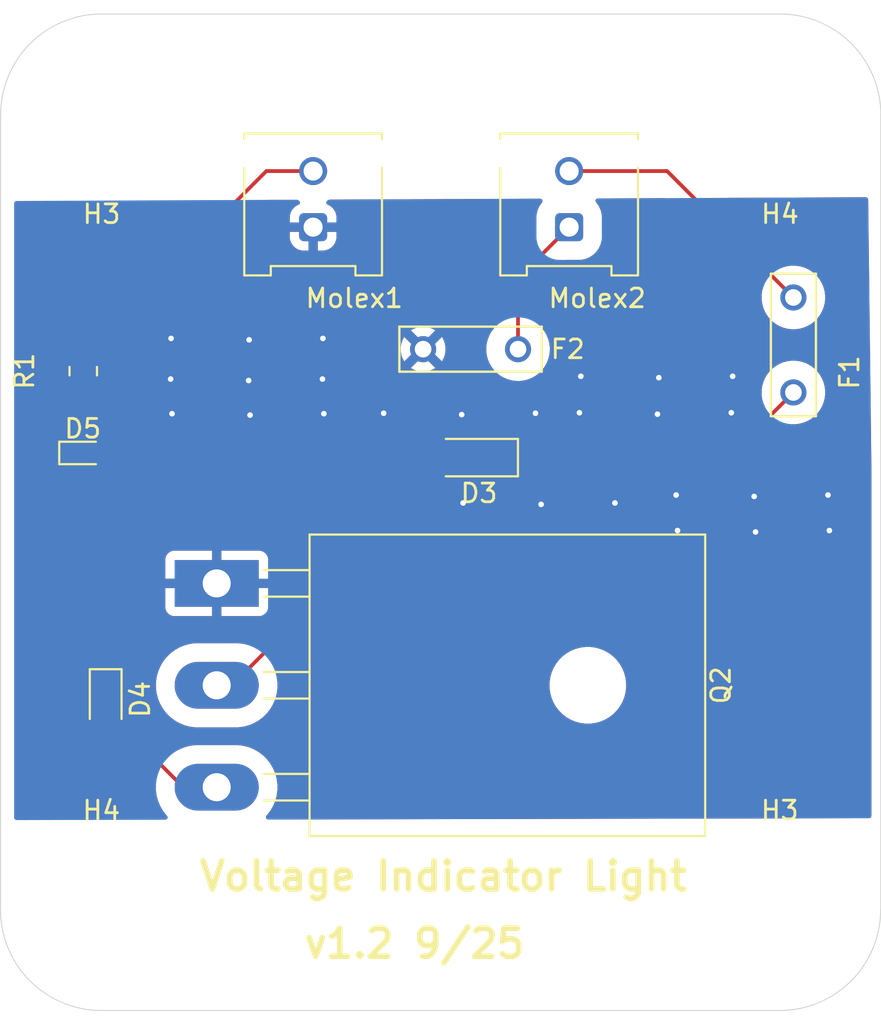
<source format=kicad_pcb>
(kicad_pcb (version 20241229) (generator "pcbnew") (generator_version "9.0")
  (layers (0 "F.Cu" signal) (2 "B.Cu" signal) (13 "F.Paste" user) (15 "B.Paste" user) (5 "F.SilkS" user "F.Silkscreen") (7 "B.SilkS" user "B.Silkscreen") (1 "F.Mask" user) (3 "B.Mask" user) (25 "Edge.Cuts" user))
  (net 0 "")
  (net 1 "/LED+")
  (net 2 "Net-(D3-A)")
  (net 3 "Net-(D3-K)")
  (net 4 "/HV+")
  (net 5 "/HV-")
  (net 6 "Net-(D4-A2)")
  (net 7 "Net-(D4-A1)")
  (footprint "Diode_SMD:D_SOD-323" (layer "F.Cu") (at 118.9 104.75 -90)
    (property "Reference" "D4" (at 0 -1.85 270) (layer "F.SilkS"))
    (property "Value" "PESD12VL1BA")
    (fp_line (start -1.61 0.85) (end 1.05 0.85) (stroke (width 0.12)) (layer "F.SilkS"))
    (fp_line (start -1.61 -0.85) (end -1.61 0.85) (stroke (width 0.12)) (layer "F.SilkS"))
    (fp_line (start -1.61 -0.85) (end 1.05 -0.85) (stroke (width 0.12)) (layer "F.SilkS"))
    (pad "1" smd roundrect (at -1.05 0 270) (size 0.6 0.45) (layers "F.Cu" "F.Mask" "F.Paste") (net 7 "Net-(D4-A1)"))
    (pad "2" smd roundrect (at 1.05 0 270) (size 0.6 0.45) (layers "F.Cu" "F.Mask" "F.Paste") (net 6 "Net-(D4-A2)"))
  )
  (footprint "MountingHole:MountingHole_4.3mm_M4" (layer "F.Cu") (at 118.679999 73.499999 180)
    (property "Reference" "H3" (at 0 -5.3 0) (layer "F.SilkS"))
    (property "Value" "MountingHole")
    (pad "" np_thru_hole circle (at 0 0 180) (size 4.3 4.3) (drill 4.3) (layers "*.Cu" "*.Mask"))
  )
  (footprint "Library:FUSE_BK_PCS" (layer "F.Cu") (at 155.7 85.8 -90)
    (property "Reference" "F1" (at 1.47 -3 90) (layer "F.SilkS"))
    (property "Value" "750mA" (hide yes))
    (fp_line (start -3.81 1.205) (end -3.81 -1.205) (stroke (width 0.127)) (layer "F.SilkS"))
    (fp_line (start 3.81 1.205) (end -3.81 1.205) (stroke (width 0.127)) (layer "F.SilkS"))
    (fp_line (start -3.81 -1.205) (end 3.81 -1.205) (stroke (width 0.127)) (layer "F.SilkS"))
    (fp_line (start 3.81 -1.205) (end 3.81 1.205) (stroke (width 0.127)) (layer "F.SilkS"))
    (pad "1" thru_hole circle (at -2.54 0 270) (size 1.397 1.397) (drill 0.889) (layers "*.Cu" "*.Mask") (net 4 "/HV+"))
    (pad "2" thru_hole circle (at 2.54 0 270) (size 1.397 1.397) (drill 0.889) (layers "*.Cu" "*.Mask") (net 3 "Net-(D3-K)"))
  )
  (footprint "MountingHole:MountingHole_4.3mm_M4" (layer "F.Cu") (at 118.669999 115.990001)
    (property "Reference" "H4" (at 0 -5.3 0) (layer "F.SilkS"))
    (property "Value" "MountingHole")
    (pad "" np_thru_hole circle (at 0 0) (size 4.3 4.3) (drill 4.3) (layers "*.Cu" "*.Mask"))
  )
  (footprint "Resistor_SMD:R_0805_2012Metric_Pad1.20x1.40mm_HandSolder" (layer "F.Cu") (at 117.7 87.2 90)
    (property "Reference" "R1" (at 0 -3.15 90) (layer "F.SilkS"))
    (property "Value" "2200")
    (fp_line (start -0.227064 -0.735) (end 0.227064 -0.735) (stroke (width 0.12)) (layer "F.SilkS"))
    (fp_line (start -0.227064 0.735) (end 0.227064 0.735) (stroke (width 0.12)) (layer "F.SilkS"))
    (pad "1" smd roundrect (at -1 0 90) (size 1.2 1.4) (layers "F.Cu" "F.Mask" "F.Paste") (roundrect_rratio 0.208333) (net 6 "Net-(D4-A2)"))
    (pad "2" smd roundrect (at 1 0 90) (size 1.2 1.4) (layers "F.Cu" "F.Mask" "F.Paste") (roundrect_rratio 0.208333) (net 1 "/LED+"))
  )
  (footprint "MountingHole:MountingHole_4.3mm_M4" (layer "F.Cu") (at 154.980001 73.499999 180)
    (property "Reference" "H4" (at 0 -5.3 0) (layer "F.SilkS"))
    (property "Value" "MountingHole")
    (pad "" np_thru_hole circle (at 0 0 180) (size 4.3 4.3) (drill 4.3) (layers "*.Cu" "*.Mask"))
  )
  (footprint "Diode_SMD:D_SOD-523" (layer "F.Cu") (at 117.675 91.575)
    (property "Reference" "D5" (at 0 -1.3 0) (layer "F.SilkS"))
    (property "Value" "1N4148WT")
    (fp_line (start -1.26 -0.6) (end -1.26 0.6) (stroke (width 0.12)) (layer "F.SilkS"))
    (fp_line (start 0.7 -0.6) (end -1.26 -0.6) (stroke (width 0.12)) (layer "F.SilkS"))
    (fp_line (start 0.7 0.6) (end -1.26 0.6) (stroke (width 0.12)) (layer "F.SilkS"))
    (pad "1" smd roundrect (at -0.7 0 180) (size 0.6 0.7) (layers "F.Cu" "F.Mask" "F.Paste") (net 6 "Net-(D4-A2)"))
    (pad "2" smd roundrect (at 0.7 0 180) (size 0.6 0.7) (layers "F.Cu" "F.Mask" "F.Paste") (net 7 "Net-(D4-A1)"))
  )
  (footprint "Package_TO_SOT_THT:TO-247-3_Horizontal_TabDown" (layer "F.Cu") (at 124.84 98.55 -90)
    (property "Reference" "Q2" (at 5.45 -26.98 90) (layer "F.SilkS"))
    (property "Value" "UJ3N065080K3S")
    (fp_line (start -2.61 -4.97) (end 13.51 -4.97) (stroke (width 0.12)) (layer "F.SilkS"))
    (fp_line (start -2.61 -4.97) (end -2.61 -26.14) (stroke (width 0.12)) (layer "F.SilkS"))
    (fp_line (start -0.71 -4.97) (end -0.71 -2.51) (stroke (width 0.12)) (layer "F.SilkS"))
    (fp_line (start 0.71 -4.97) (end 0.71 -2.51) (stroke (width 0.12)) (layer "F.SilkS"))
    (fp_line (start 4.74 -4.97) (end 4.74 -2.51) (stroke (width 0.12)) (layer "F.SilkS"))
    (fp_line (start 6.16 -4.97) (end 6.16 -2.51) (stroke (width 0.12)) (layer "F.SilkS"))
    (fp_line (start 10.19 -4.97) (end 10.19 -2.51) (stroke (width 0.12)) (layer "F.SilkS"))
    (fp_line (start 11.61 -4.97) (end 11.61 -2.51) (stroke (width 0.12)) (layer "F.SilkS"))
    (fp_line (start 13.51 -4.97) (end 13.51 -26.14) (stroke (width 0.12)) (layer "F.SilkS"))
    (fp_line (start -2.61 -26.14) (end 13.51 -26.14) (stroke (width 0.12)) (layer "F.SilkS"))
    (pad "" np_thru_hole circle (at 5.45 -19.86 270) (size 3.6 3.6) (drill 3.6) (layers "*.Cu" "*.Mask"))
    (pad "1" thru_hole rect (at 0 0 270) (size 2.5 4.5) (drill 1.5) (layers "*.Cu" "*.Mask") (net 7 "Net-(D4-A1)"))
    (pad "2" thru_hole oval (at 5.45 0 270) (size 2.5 4.5) (drill 1.5) (layers "*.Cu" "*.Mask") (net 2 "Net-(D3-A)"))
    (pad "3" thru_hole oval (at 10.9 0 270) (size 2.5 4.5) (drill 1.5) (layers "*.Cu" "*.Mask") (net 6 "Net-(D4-A2)"))
  )
  (footprint "Connector_Molex:Molex_Micro-Fit_3.0_43045-0212_2x01_P3.00mm_Vertical" (layer "F.Cu") (at 143.7 79.5 180)
    (property "Reference" "Molex2" (at -1.5 -3.8 0) (layer "F.SilkS"))
    (property "Value" "043045-0212")
    (fp_line (start 3.685 5.01) (end 3.685 4.71) (stroke (width 0.12)) (layer "F.SilkS"))
    (fp_line (start 3.685 -2.58) (end 3.685 3.17) (stroke (width 0.12)) (layer "F.SilkS"))
    (fp_line (start 2.265 -2.08) (end 2.265 -2.58) (stroke (width 0.12)) (layer "F.SilkS"))
    (fp_line (start 2.265 -2.58) (end 3.685 -2.58) (stroke (width 0.12)) (layer "F.SilkS"))
    (fp_line (start -2.265 -2.08) (end 2.265 -2.08) (stroke (width 0.12)) (layer "F.SilkS"))
    (fp_line (start -2.265 -2.58) (end -2.265 -2.08) (stroke (width 0.12)) (layer "F.SilkS"))
    (fp_line (start -3.685 5.01) (end 3.685 5.01) (stroke (width 0.12)) (layer "F.SilkS"))
    (fp_line (start -3.685 4.71) (end -3.685 5.01) (stroke (width 0.12)) (layer "F.SilkS"))
    (fp_line (start -3.685 3.17) (end -3.685 -2.58) (stroke (width 0.12)) (layer "F.SilkS"))
    (fp_line (start -3.685 -2.58) (end -2.265 -2.58) (stroke (width 0.12)) (layer "F.SilkS"))
    (pad "" np_thru_hole circle (at -3 3.94 180) (size 1.02 1.02) (drill 1.02) (layers "*.Cu" "*.Mask"))
    (pad "" np_thru_hole circle (at 3 3.94 180) (size 1.02 1.02) (drill 1.02) (layers "*.Cu" "*.Mask"))
    (pad "1" thru_hole roundrect (at 0 0 180) (size 1.5 1.5) (drill 1.02) (layers "*.Cu" "*.Mask") (roundrect_rratio 0.166667) (net 5 "/HV-"))
    (pad "2" thru_hole circle (at 0 3 180) (size 1.5 1.5) (drill 1.02) (layers "*.Cu" "*.Mask") (net 4 "/HV+"))
  )
  (footprint "Library:FUSE_BK_PCS" (layer "F.Cu") (at 138.425 86.025)
    (property "Reference" "F2" (at 5.2 0 0) (layer "F.SilkS"))
    (property "Value" "750mA")
    (fp_line (start -3.81 -1.205) (end 3.81 -1.205) (stroke (width 0.127)) (layer "F.SilkS"))
    (fp_line (start -3.81 1.205) (end -3.81 -1.205) (stroke (width 0.127)) (layer "F.SilkS"))
    (fp_line (start 3.81 -1.205) (end 3.81 1.205) (stroke (width 0.127)) (layer "F.SilkS"))
    (fp_line (start 3.81 1.205) (end -3.81 1.205) (stroke (width 0.127)) (layer "F.SilkS"))
    (pad "1" thru_hole circle (at -2.54 0) (size 1.397 1.397) (drill 0.889) (layers "*.Cu" "*.Mask") (net 7 "Net-(D4-A1)"))
    (pad "2" thru_hole circle (at 2.54 0) (size 1.397 1.397) (drill 0.889) (layers "*.Cu" "*.Mask") (net 5 "/HV-"))
  )
  (footprint "Connector_Molex:Molex_Micro-Fit_3.0_43045-0212_2x01_P3.00mm_Vertical" (layer "F.Cu") (at 130 79.5 180)
    (property "Reference" "Molex1" (at -2.2 -3.8 0) (layer "F.SilkS"))
    (property "Value" "043045-0212")
    (fp_line (start 3.685 5.01) (end 3.685 4.71) (stroke (width 0.12)) (layer "F.SilkS"))
    (fp_line (start 3.685 -2.58) (end 3.685 3.17) (stroke (width 0.12)) (layer "F.SilkS"))
    (fp_line (start 2.265 -2.08) (end 2.265 -2.58) (stroke (width 0.12)) (layer "F.SilkS"))
    (fp_line (start 2.265 -2.58) (end 3.685 -2.58) (stroke (width 0.12)) (layer "F.SilkS"))
    (fp_line (start -2.265 -2.08) (end 2.265 -2.08) (stroke (width 0.12)) (layer "F.SilkS"))
    (fp_line (start -2.265 -2.58) (end -2.265 -2.08) (stroke (width 0.12)) (layer "F.SilkS"))
    (fp_line (start -3.685 5.01) (end 3.685 5.01) (stroke (width 0.12)) (layer "F.SilkS"))
    (fp_line (start -3.685 4.71) (end -3.685 5.01) (stroke (width 0.12)) (layer "F.SilkS"))
    (fp_line (start -3.685 3.17) (end -3.685 -2.58) (stroke (width 0.12)) (layer "F.SilkS"))
    (fp_line (start -3.685 -2.58) (end -2.265 -2.58) (stroke (width 0.12)) (layer "F.SilkS"))
    (pad "" np_thru_hole circle (at -3 3.94 180) (size 1.02 1.02) (drill 1.02) (layers "*.Cu" "*.Mask"))
    (pad "" np_thru_hole circle (at 3 3.94 180) (size 1.02 1.02) (drill 1.02) (layers "*.Cu" "*.Mask"))
    (pad "1" thru_hole roundrect (at 0 0 180) (size 1.5 1.5) (drill 1.02) (layers "*.Cu" "*.Mask") (roundrect_rratio 0.166667) (net 7 "Net-(D4-A1)"))
    (pad "2" thru_hole circle (at 0 3 180) (size 1.5 1.5) (drill 1.02) (layers "*.Cu" "*.Mask") (net 1 "/LED+"))
  )
  (footprint "MountingHole:MountingHole_4.3mm_M4" (layer "F.Cu") (at 154.970001 115.990001)
    (property "Reference" "H3" (at 0 -5.3 0) (layer "F.SilkS"))
    (property "Value" "MountingHole")
    (pad "" np_thru_hole circle (at 0 0) (size 4.3 4.3) (drill 4.3) (layers "*.Cu" "*.Mask"))
  )
  (footprint "Diode_SMD:D_SOD-123F" (layer "F.Cu") (at 138.75 91.825 180)
    (property "Reference" "D3" (at -0.127 -1.905 0) (layer "F.SilkS"))
    (property "Value" "BZT52C51")
    (fp_line (start -2.21 1) (end 1.65 1) (stroke (width 0.12)) (layer "F.SilkS"))
    (fp_line (start -2.21 -1) (end 1.65 -1) (stroke (width 0.12)) (layer "F.SilkS"))
    (fp_line (start -2.21 -1) (end -2.21 1) (stroke (width 0.12)) (layer "F.SilkS"))
    (pad "1" smd roundrect (at -1.4 0 180) (size 1.1 1.1) (layers "F.Cu" "F.Mask" "F.Paste") (roundrect_rratio 0.2272727273) (net 3 "Net-(D3-K)"))
    (pad "2" smd roundrect (at 1.4 0 180) (size 1.1 1.1) (layers "F.Cu" "F.Mask" "F.Paste") (roundrect_rratio 0.2272727273) (net 2 "Net-(D3-A)"))
  )
  (gr_line (start 113.275 115.975) (end 113.275 73.475) (stroke (width 0.05)) (layer "Edge.Cuts"))
  (gr_line (start 160.375 73.475) (end 160.375 115.975) (stroke (width 0.05)) (layer "Edge.Cuts"))
  (gr_arc (start 160.37 115.99) (mid 158.788377 119.808377) (end 154.97 121.39) (stroke (width 0.05)) (layer "Edge.Cuts"))
  (gr_arc (start 154.98 68.1) (mid 158.798377 69.681623) (end 160.38 73.5) (stroke (width 0.05)) (layer "Edge.Cuts"))
  (gr_arc (start 113.28 73.5) (mid 114.861623 69.681623) (end 118.68 68.1) (stroke (width 0.05)) (layer "Edge.Cuts"))
  (gr_line (start 154.97 121.39) (end 118.67 121.39) (stroke (width 0.05)) (layer "Edge.Cuts"))
  (gr_arc (start 118.67 121.39) (mid 114.851623 119.808377) (end 113.27 115.99) (stroke (width 0.05)) (layer "Edge.Cuts"))
  (gr_line (start 118.68 68.1) (end 154.98 68.1) (stroke (width 0.05)) (layer "Edge.Cuts"))
  (gr_text "v1.2 9/25\n" (at 129.37 118.69 0) (layer "F.SilkS") (effects (font (size 1.5 1.5) (thickness 0.3) (bold yes)) (justify left bottom)))
  (gr_text "Voltage Indicator Light" (at 123.77 115.09 0) (layer "F.SilkS") (effects (font (size 1.5 1.5) (thickness 0.3) (bold yes)) (justify left bottom)))
  (segment (start 130 76.5) (end 127.5 76.5) (width 0.2) (layer "F.Cu") (net 1))
  (segment (start 127.5 76.5) (end 117.8 86.2) (width 0.2) (layer "F.Cu") (net 1))
  (segment (start 128.775 100.875) (end 128.775 91.825) (width 0.2) (layer "F.Cu") (net 2))
  (segment (start 125.65 104) (end 128.775 100.875) (width 0.2) (layer "F.Cu") (net 2))
  (segment (start 124.84 104) (end 125.65 104) (width 0.2) (layer "F.Cu") (net 2))
  (segment (start 124.84 104) (end 124.73 104) (width 0.2) (layer "F.Cu") (net 2))
  (segment (start 128.775 91.825) (end 137.35 91.825) (width 0.2) (layer "F.Cu") (net 2))
  (segment (start 140.15 91.825) (end 152.215 91.825) (width 0.2) (layer "F.Cu") (net 3))
  (segment (start 152.215 91.825) (end 155.7 88.34) (width 0.2) (layer "F.Cu") (net 3))
  (segment (start 143.7 76.5) (end 148.94 76.5) (width 0.2) (layer "F.Cu") (net 4))
  (segment (start 148.94 76.5) (end 155.7 83.26) (width 0.2) (layer "F.Cu") (net 4))
  (segment (start 140.965 82.235) (end 143.7 79.5) (width 0.2) (layer "F.Cu") (net 5))
  (segment (start 140.965 86.025) (end 140.965 82.235) (width 0.2) (layer "F.Cu") (net 5))
  (segment (start 117 88.9) (end 117.7 88.2) (width 0.2) (layer "F.Cu") (net 6))
  (segment (start 117.8 105.8) (end 117 105) (width 0.2) (layer "F.Cu") (net 6))
  (segment (start 118.9 105.8) (end 117.8 105.8) (width 0.2) (layer "F.Cu") (net 6))
  (segment (start 123.05 109.45) (end 124.84 109.45) (width 0.2) (layer "F.Cu") (net 6))
  (segment (start 118.9 105.8) (end 119.4 105.8) (width 0.2) (layer "F.Cu") (net 6))
  (segment (start 117 105) (end 117 88.9) (width 0.2) (layer "F.Cu") (net 6))
  (segment (start 119.4 105.8) (end 123.05 109.45) (width 0.2) (layer "F.Cu") (net 6))
  (segment (start 118.375 91.125) (end 118.375 91.575) (width 0.2) (layer "F.Cu") (net 7))
  (segment (start 130 79.5) (end 130 80.14) (width 0.2) (layer "F.Cu") (net 7))
  (segment (start 118.375 92.085) (end 118.375 91.575) (width 0.2) (layer "F.Cu") (net 7))
  (via (at 152.45 87.475) (size 0.6) (drill 0.3) (layers "F.Cu" "B.Cu") (net 7))
  (via (at 149.5 95.725) (size 0.6) (drill 0.3) (layers "F.Cu" "B.Cu") (net 7))
  (via (at 157.625 95.725) (size 0.6) (drill 0.3) (layers "F.Cu" "B.Cu") (net 7))
  (via (at 130.525 85.45) (size 0.6) (drill 0.3) (layers "F.Cu" "B.Cu") (net 7))
  (via (at 152.375 89.425) (size 0.6) (drill 0.3) (layers "F.Cu" "B.Cu") (net 7))
  (via (at 148.425 89.5) (size 0.6) (drill 0.3) (layers "F.Cu" "B.Cu") (net 7))
  (via (at 144.25 89.425) (size 0.6) (drill 0.3) (layers "F.Cu" "B.Cu") (net 7))
  (via (at 138.025 94.25) (size 0.6) (drill 0.3) (layers "F.Cu" "B.Cu") (net 7))
  (via (at 130.5 87.625) (size 0.6) (drill 0.3) (layers "F.Cu" "B.Cu") (net 7))
  (via (at 146.15 94.25) (size 0.6) (drill 0.3) (layers "F.Cu" "B.Cu") (net 7))
  (via (at 126.55 87.7) (size 0.6) (drill 0.3) (layers "F.Cu" "B.Cu") (net 7))
  (via (at 142.2 94.325) (size 0.6) (drill 0.3) (layers "F.Cu" "B.Cu") (net 7))
  (via (at 122.375 87.625) (size 0.6) (drill 0.3) (layers "F.Cu" "B.Cu") (net 7))
  (via (at 157.55 93.825) (size 0.6) (drill 0.3) (layers "F.Cu" "B.Cu") (net 7))
  (via (at 148.5 87.55) (size 0.6) (drill 0.3) (layers "F.Cu" "B.Cu") (net 7))
  (via (at 149.425 93.825) (size 0.6) (drill 0.3) (layers "F.Cu" "B.Cu") (net 7))
  (via (at 153.675 95.8) (size 0.6) (drill 0.3) (layers "F.Cu" "B.Cu") (net 7))
  (via (at 122.45 89.475) (size 0.6) (drill 0.3) (layers "F.Cu" "B.Cu") (net 7))
  (via (at 126.575 85.525) (size 0.6) (drill 0.3) (layers "F.Cu" "B.Cu") (net 7))
  (via (at 141.9 89.45) (size 0.6) (drill 0.3) (layers "F.Cu" "B.Cu") (net 7))
  (via (at 126.625 89.55) (size 0.6) (drill 0.3) (layers "F.Cu" "B.Cu") (net 7))
  (via (at 153.6 93.9) (size 0.6) (drill 0.3) (layers "F.Cu" "B.Cu") (net 7))
  (via (at 144.325 87.475) (size 0.6) (drill 0.3) (layers "F.Cu" "B.Cu") (net 7))
  (via (at 130.575 89.475) (size 0.6) (drill 0.3) (layers "F.Cu" "B.Cu") (net 7))
  (via (at 137.95 89.525) (size 0.6) (drill 0.3) (layers "F.Cu" "B.Cu") (net 7))
  (via (at 133.775 89.45) (size 0.6) (drill 0.3) (layers "F.Cu" "B.Cu") (net 7))
  (via (at 122.4 85.45) (size 0.6) (drill 0.3) (layers "F.Cu" "B.Cu") (net 7))
  (zone (net 7) (net_name "Net-(D4-A1)") (layers "F.Cu" "B.Cu") (connect_pads (clearance 0.999998)) (min_thickness 0.25) (fill yes (thermal_gap 0.5) (thermal_bridge_width 0.5))
    (polygon (pts (xy 160.098893 111.107811) (xy 114 111.207809) (xy 114 78.1) (xy 159.7 77.9)))
  )
)
</source>
